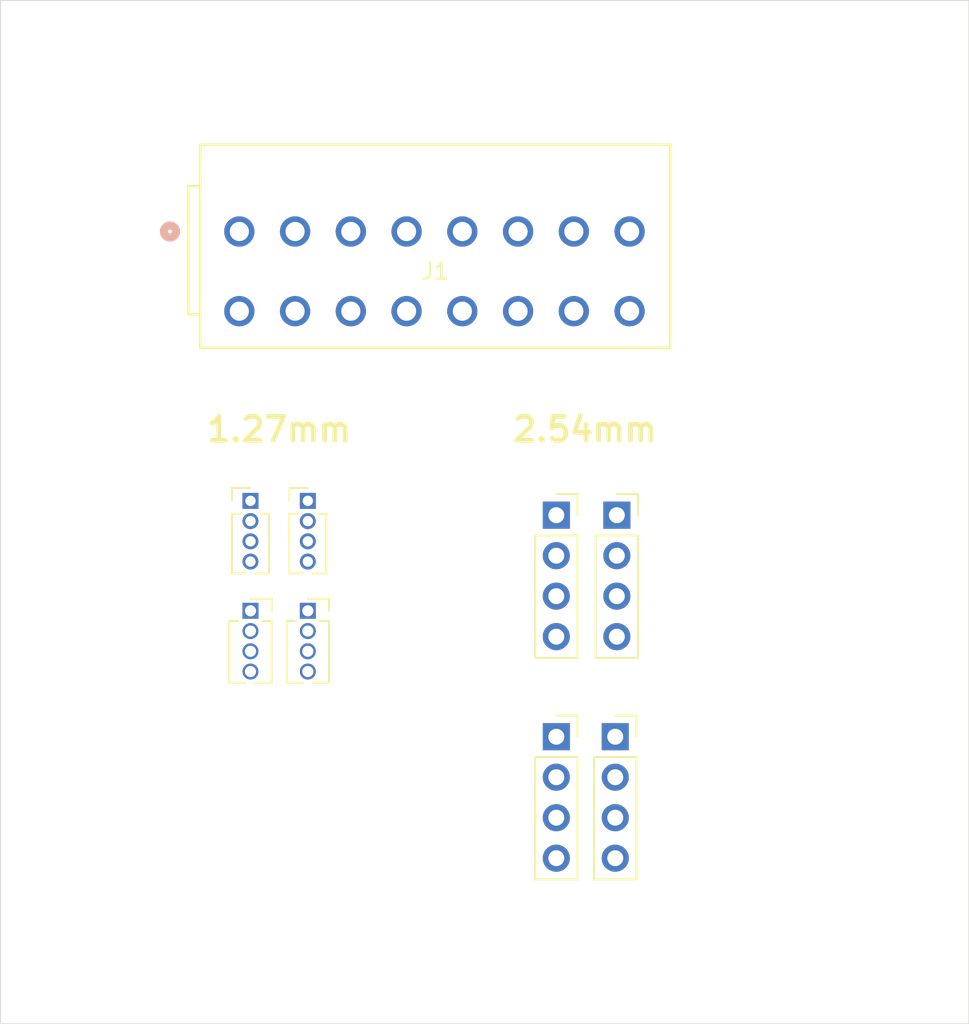
<source format=kicad_pcb>
(kicad_pcb (version 20241229) (generator "pcbnew") (generator_version "9.0")
  (title_block (title "PCB Bulkplate Passthrough") (date "2025-09-12") (rev "V1.0") (company "Seth Sievers"))
  (layers (0 "F.Cu" signal) (2 "B.Cu" signal) (13 "F.Paste" user) (15 "B.Paste" user) (5 "F.SilkS" user "F.Silkscreen") (7 "B.SilkS" user "B.Silkscreen") (1 "F.Mask" user) (3 "B.Mask" user) (25 "Edge.Cuts" user))
  (net 0 "")
  (footprint "Connector_PinSocket_1.27mm:PinSocket_1x04_P1.27mm_Vertical" (layer "F.Cu") (at 86.4 88)
    (property "Reference" "REF**" (hide yes))
    (property "Value" "PinSocket_1x04_P1.27mm_Vertical" (hide yes))
    (fp_line (start -1.33 0.635) (end -1.33 4.505) (stroke (width 0.12)) (layer "F.SilkS"))
    (fp_line (start -1.33 0.635) (end -0.76 0.635) (stroke (width 0.12)) (layer "F.SilkS"))
    (fp_line (start -1.33 4.505) (end -0.30753 4.505) (stroke (width 0.12)) (layer "F.SilkS"))
    (fp_line (start 0 -0.76) (end 1.33 -0.76) (stroke (width 0.12)) (layer "F.SilkS"))
    (fp_line (start 0.30753 4.505) (end 1.33 4.505) (stroke (width 0.12)) (layer "F.SilkS"))
    (fp_line (start 0.76 0.635) (end 1.33 0.635) (stroke (width 0.12)) (layer "F.SilkS"))
    (fp_line (start 1.33 -0.76) (end 1.33 0) (stroke (width 0.12)) (layer "F.SilkS"))
    (fp_line (start 1.33 0.635) (end 1.33 4.505) (stroke (width 0.12)) (layer "F.SilkS"))
    (pad "1" thru_hole rect (at 0 0) (size 1 1) (drill 0.7) (layers "*.Cu" "*.Mask"))
    (pad "2" thru_hole circle (at 0 1.27) (size 1 1) (drill 0.7) (layers "*.Cu" "*.Mask"))
    (pad "3" thru_hole circle (at 0 2.54) (size 1 1) (drill 0.7) (layers "*.Cu" "*.Mask"))
    (pad "4" thru_hole circle (at 0 3.81) (size 1 1) (drill 0.7) (layers "*.Cu" "*.Mask"))
  )
  (footprint "Connector_PinSocket_2.54mm:PinSocket_1x04_P2.54mm_Vertical" (layer "F.Cu") (at 109.4 82)
    (property "Reference" "REF**" (hide yes))
    (property "Value" "PinSocket_1x04_P2.54mm_Vertical" (hide yes))
    (fp_line (start -1.33 1.27) (end -1.33 8.95) (stroke (width 0.12)) (layer "F.SilkS"))
    (fp_line (start -1.33 1.27) (end 1.33 1.27) (stroke (width 0.12)) (layer "F.SilkS"))
    (fp_line (start -1.33 8.95) (end 1.33 8.95) (stroke (width 0.12)) (layer "F.SilkS"))
    (fp_line (start 0 -1.33) (end 1.33 -1.33) (stroke (width 0.12)) (layer "F.SilkS"))
    (fp_line (start 1.33 -1.33) (end 1.33 0) (stroke (width 0.12)) (layer "F.SilkS"))
    (fp_line (start 1.33 1.27) (end 1.33 8.95) (stroke (width 0.12)) (layer "F.SilkS"))
    (pad "1" thru_hole rect (at 0 0) (size 1.7 1.7) (drill 1) (layers "*.Cu" "*.Mask"))
    (pad "2" thru_hole circle (at 0 2.54) (size 1.7 1.7) (drill 1) (layers "*.Cu" "*.Mask"))
    (pad "3" thru_hole circle (at 0 5.08) (size 1.7 1.7) (drill 1) (layers "*.Cu" "*.Mask"))
    (pad "4" thru_hole circle (at 0 7.62) (size 1.7 1.7) (drill 1) (layers "*.Cu" "*.Mask"))
  )
  (footprint "Connector_PinSocket_2.54mm:PinSocket_1x04_P2.54mm_Vertical" (layer "F.Cu") (at 109.3 95.9)
    (property "Reference" "REF**" (hide yes))
    (property "Value" "PinSocket_1x04_P2.54mm_Vertical" (hide yes))
    (fp_line (start -1.33 1.27) (end -1.33 8.95) (stroke (width 0.12)) (layer "F.SilkS"))
    (fp_line (start -1.33 1.27) (end 1.33 1.27) (stroke (width 0.12)) (layer "F.SilkS"))
    (fp_line (start -1.33 8.95) (end 1.33 8.95) (stroke (width 0.12)) (layer "F.SilkS"))
    (fp_line (start 0 -1.33) (end 1.33 -1.33) (stroke (width 0.12)) (layer "F.SilkS"))
    (fp_line (start 1.33 -1.33) (end 1.33 0) (stroke (width 0.12)) (layer "F.SilkS"))
    (fp_line (start 1.33 1.27) (end 1.33 8.95) (stroke (width 0.12)) (layer "F.SilkS"))
    (pad "1" thru_hole rect (at 0 0) (size 1.7 1.7) (drill 1) (layers "*.Cu" "*.Mask"))
    (pad "2" thru_hole circle (at 0 2.54) (size 1.7 1.7) (drill 1) (layers "*.Cu" "*.Mask"))
    (pad "3" thru_hole circle (at 0 5.08) (size 1.7 1.7) (drill 1) (layers "*.Cu" "*.Mask"))
    (pad "4" thru_hole circle (at 0 7.62) (size 1.7 1.7) (drill 1) (layers "*.Cu" "*.Mask"))
  )
  (footprint "Connector_PinHeader_1.27mm:PinHeader_1x04_P1.27mm_Vertical" (layer "F.Cu") (at 90 81.1)
    (property "Reference" "REF**" (hide yes))
    (property "Value" "PinHeader_1x04_P1.27mm_Vertical" (hide yes))
    (fp_line (start -1.16 -0.81) (end 0 -0.81) (stroke (width 0.12)) (layer "F.SilkS"))
    (fp_line (start -1.16 0) (end -1.16 -0.81) (stroke (width 0.12)) (layer "F.SilkS"))
    (fp_line (start -1.16 0.81) (end -1.16 4.555) (stroke (width 0.12)) (layer "F.SilkS"))
    (fp_line (start -1.16 0.81) (end -0.666708 0.81) (stroke (width 0.12)) (layer "F.SilkS"))
    (fp_line (start -1.16 4.555) (end -0.317923 4.555) (stroke (width 0.12)) (layer "F.SilkS"))
    (fp_line (start 0.317923 4.555) (end 1.16 4.555) (stroke (width 0.12)) (layer "F.SilkS"))
    (fp_line (start 0.666708 0.81) (end 1.16 0.81) (stroke (width 0.12)) (layer "F.SilkS"))
    (fp_line (start 1.16 0.81) (end 1.16 4.555) (stroke (width 0.12)) (layer "F.SilkS"))
    (pad "1" thru_hole rect (at 0 0) (size 1 1) (drill 0.65) (layers "*.Cu" "*.Mask"))
    (pad "2" thru_hole circle (at 0 1.27) (size 1 1) (drill 0.65) (layers "*.Cu" "*.Mask"))
    (pad "3" thru_hole circle (at 0 2.54) (size 1 1) (drill 0.65) (layers "*.Cu" "*.Mask"))
    (pad "4" thru_hole circle (at 0 3.81) (size 1 1) (drill 0.65) (layers "*.Cu" "*.Mask"))
  )
  (footprint "Connector_PinHeader_1.27mm:PinHeader_1x04_P1.27mm_Vertical" (layer "F.Cu") (at 86.4 81.1)
    (property "Reference" "REF**" (hide yes))
    (property "Value" "PinHeader_1x04_P1.27mm_Vertical" (hide yes))
    (fp_line (start -1.16 -0.81) (end 0 -0.81) (stroke (width 0.12)) (layer "F.SilkS"))
    (fp_line (start -1.16 0) (end -1.16 -0.81) (stroke (width 0.12)) (layer "F.SilkS"))
    (fp_line (start -1.16 0.81) (end -1.16 4.555) (stroke (width 0.12)) (layer "F.SilkS"))
    (fp_line (start -1.16 0.81) (end -0.666708 0.81) (stroke (width 0.12)) (layer "F.SilkS"))
    (fp_line (start -1.16 4.555) (end -0.317923 4.555) (stroke (width 0.12)) (layer "F.SilkS"))
    (fp_line (start 0.317923 4.555) (end 1.16 4.555) (stroke (width 0.12)) (layer "F.SilkS"))
    (fp_line (start 0.666708 0.81) (end 1.16 0.81) (stroke (width 0.12)) (layer "F.SilkS"))
    (fp_line (start 1.16 0.81) (end 1.16 4.555) (stroke (width 0.12)) (layer "F.SilkS"))
    (pad "1" thru_hole rect (at 0 0) (size 1 1) (drill 0.65) (layers "*.Cu" "*.Mask"))
    (pad "2" thru_hole circle (at 0 1.27) (size 1 1) (drill 0.65) (layers "*.Cu" "*.Mask"))
    (pad "3" thru_hole circle (at 0 2.54) (size 1 1) (drill 0.65) (layers "*.Cu" "*.Mask"))
    (pad "4" thru_hole circle (at 0 3.81) (size 1 1) (drill 0.65) (layers "*.Cu" "*.Mask"))
  )
  (footprint "Connector_PinSocket_1.27mm:PinSocket_1x04_P1.27mm_Vertical" (layer "F.Cu") (at 90 88)
    (property "Reference" "REF**" (hide yes))
    (property "Value" "PinSocket_1x04_P1.27mm_Vertical" (hide yes))
    (fp_line (start -1.33 0.635) (end -1.33 4.505) (stroke (width 0.12)) (layer "F.SilkS"))
    (fp_line (start -1.33 0.635) (end -0.76 0.635) (stroke (width 0.12)) (layer "F.SilkS"))
    (fp_line (start -1.33 4.505) (end -0.30753 4.505) (stroke (width 0.12)) (layer "F.SilkS"))
    (fp_line (start 0 -0.76) (end 1.33 -0.76) (stroke (width 0.12)) (layer "F.SilkS"))
    (fp_line (start 0.30753 4.505) (end 1.33 4.505) (stroke (width 0.12)) (layer "F.SilkS"))
    (fp_line (start 0.76 0.635) (end 1.33 0.635) (stroke (width 0.12)) (layer "F.SilkS"))
    (fp_line (start 1.33 -0.76) (end 1.33 0) (stroke (width 0.12)) (layer "F.SilkS"))
    (fp_line (start 1.33 0.635) (end 1.33 4.505) (stroke (width 0.12)) (layer "F.SilkS"))
    (pad "1" thru_hole rect (at 0 0) (size 1 1) (drill 0.7) (layers "*.Cu" "*.Mask"))
    (pad "2" thru_hole circle (at 0 1.27) (size 1 1) (drill 0.7) (layers "*.Cu" "*.Mask"))
    (pad "3" thru_hole circle (at 0 2.54) (size 1 1) (drill 0.7) (layers "*.Cu" "*.Mask"))
    (pad "4" thru_hole circle (at 0 3.81) (size 1 1) (drill 0.7) (layers "*.Cu" "*.Mask"))
  )
  (footprint "Connector_PinSocket_2.54mm:PinSocket_1x04_P2.54mm_Vertical" (layer "F.Cu") (at 105.6 82)
    (property "Reference" "REF**" (hide yes))
    (property "Value" "PinSocket_1x04_P2.54mm_Vertical" (hide yes))
    (fp_line (start -1.33 1.27) (end -1.33 8.95) (stroke (width 0.12)) (layer "F.SilkS"))
    (fp_line (start -1.33 1.27) (end 1.33 1.27) (stroke (width 0.12)) (layer "F.SilkS"))
    (fp_line (start -1.33 8.95) (end 1.33 8.95) (stroke (width 0.12)) (layer "F.SilkS"))
    (fp_line (start 0 -1.33) (end 1.33 -1.33) (stroke (width 0.12)) (layer "F.SilkS"))
    (fp_line (start 1.33 -1.33) (end 1.33 0) (stroke (width 0.12)) (layer "F.SilkS"))
    (fp_line (start 1.33 1.27) (end 1.33 8.95) (stroke (width 0.12)) (layer "F.SilkS"))
    (pad "1" thru_hole rect (at 0 0) (size 1.7 1.7) (drill 1) (layers "*.Cu" "*.Mask"))
    (pad "2" thru_hole circle (at 0 2.54) (size 1.7 1.7) (drill 1) (layers "*.Cu" "*.Mask"))
    (pad "3" thru_hole circle (at 0 5.08) (size 1.7 1.7) (drill 1) (layers "*.Cu" "*.Mask"))
    (pad "4" thru_hole circle (at 0 7.62) (size 1.7 1.7) (drill 1) (layers "*.Cu" "*.Mask"))
  )
  (footprint "2601-3108:2601-3108" (layer "F.Cu") (at 85.699995 64.2)
    (property "Reference" "J1" (at 12.300001 2.5 0) (layer "F.SilkS"))
    (property "Value" "2601-3108")
    (fp_line (start -3.199996 5.2) (end -3.199996 -2.849999) (stroke (width 0.1524)) (layer "F.SilkS"))
    (fp_line (start -2.449997 -2.849999) (end -3.199996 -2.849999) (stroke (width 0.1524)) (layer "F.SilkS"))
    (fp_line (start -2.449997 5.2) (end -3.199996 5.2) (stroke (width 0.1524)) (layer "F.SilkS"))
    (fp_line (start -2.449996 -5.449999) (end 27.049997 -5.449999) (stroke (width 0.1524)) (layer "F.SilkS"))
    (fp_line (start -2.449996 7.300001) (end -2.449996 -5.449999) (stroke (width 0.1524)) (layer "F.SilkS"))
    (fp_line (start -2.449996 7.300001) (end 27.049997 7.300001) (stroke (width 0.1524)) (layer "F.SilkS"))
    (fp_line (start 27.049997 -5.449999) (end 27.049997 7.300001) (stroke (width 0.1524)) (layer "F.SilkS"))
    (fp_circle (center -4.354995 0) (end -3.973995 0) (stroke (width 0.508)) (fill no) (layer "F.SilkS"))
    (fp_circle (center -4.354995 0) (end -3.973995 0) (stroke (width 0.508)) (fill no) (layer "B.SilkS"))
    (pad "1" thru_hole circle (at 0 0) (size 1.9 1.9) (drill 1.2) (layers "*.Cu" "*.Mask"))
    (pad "2" thru_hole circle (at 0 5) (size 1.9 1.9) (drill 1.2) (layers "*.Cu" "*.Mask"))
    (pad "3" thru_hole circle (at 3.500001 0) (size 1.9 1.9) (drill 1.2) (layers "*.Cu" "*.Mask"))
    (pad "4" thru_hole circle (at 3.500001 5) (size 1.9 1.9) (drill 1.2) (layers "*.Cu" "*.Mask"))
    (pad "5" thru_hole circle (at 7.000002 0) (size 1.9 1.9) (drill 1.2) (layers "*.Cu" "*.Mask"))
    (pad "6" thru_hole circle (at 7.000002 5) (size 1.9 1.9) (drill 1.2) (layers "*.Cu" "*.Mask"))
    (pad "7" thru_hole circle (at 10.500002 0) (size 1.9 1.9) (drill 1.2) (layers "*.Cu" "*.Mask"))
    (pad "8" thru_hole circle (at 10.500002 5) (size 1.9 1.9) (drill 1.2) (layers "*.Cu" "*.Mask"))
    (pad "9" thru_hole circle (at 14.000003 0) (size 1.9 1.9) (drill 1.2) (layers "*.Cu" "*.Mask"))
    (pad "10" thru_hole circle (at 14.000003 5) (size 1.9 1.9) (drill 1.2) (layers "*.Cu" "*.Mask"))
    (pad "11" thru_hole circle (at 17.500003 0) (size 1.9 1.9) (drill 1.2) (layers "*.Cu" "*.Mask"))
    (pad "12" thru_hole circle (at 17.500003 5) (size 1.9 1.9) (drill 1.2) (layers "*.Cu" "*.Mask"))
    (pad "13" thru_hole circle (at 21.000004 0) (size 1.9 1.9) (drill 1.2) (layers "*.Cu" "*.Mask"))
    (pad "14" thru_hole circle (at 21.000004 5) (size 1.9 1.9) (drill 1.2) (layers "*.Cu" "*.Mask"))
    (pad "15" thru_hole circle (at 24.500005 0) (size 1.9 1.9) (drill 1.2) (layers "*.Cu" "*.Mask"))
    (pad "16" thru_hole circle (at 24.500005 5) (size 1.9 1.9) (drill 1.2) (layers "*.Cu" "*.Mask"))
  )
  (footprint "Connector_PinSocket_2.54mm:PinSocket_1x04_P2.54mm_Vertical" (layer "F.Cu") (at 105.6 95.9)
    (property "Reference" "REF**" (hide yes))
    (property "Value" "PinSocket_1x04_P2.54mm_Vertical" (hide yes))
    (fp_line (start -1.33 1.27) (end -1.33 8.95) (stroke (width 0.12)) (layer "F.SilkS"))
    (fp_line (start -1.33 1.27) (end 1.33 1.27) (stroke (width 0.12)) (layer "F.SilkS"))
    (fp_line (start -1.33 8.95) (end 1.33 8.95) (stroke (width 0.12)) (layer "F.SilkS"))
    (fp_line (start 0 -1.33) (end 1.33 -1.33) (stroke (width 0.12)) (layer "F.SilkS"))
    (fp_line (start 1.33 -1.33) (end 1.33 0) (stroke (width 0.12)) (layer "F.SilkS"))
    (fp_line (start 1.33 1.27) (end 1.33 8.95) (stroke (width 0.12)) (layer "F.SilkS"))
    (pad "1" thru_hole rect (at 0 0) (size 1.7 1.7) (drill 1) (layers "*.Cu" "*.Mask"))
    (pad "2" thru_hole circle (at 0 2.54) (size 1.7 1.7) (drill 1) (layers "*.Cu" "*.Mask"))
    (pad "3" thru_hole circle (at 0 5.08) (size 1.7 1.7) (drill 1) (layers "*.Cu" "*.Mask"))
    (pad "4" thru_hole circle (at 0 7.62) (size 1.7 1.7) (drill 1) (layers "*.Cu" "*.Mask"))
  )
  (gr_rect (start 70.7 49.7) (end 131.5 113.9) (stroke (width 0.05)) (fill no) (layer "Edge.Cuts"))
  (gr_text "2.54mm\n" (at 102.7 77.5 0) (layer "F.SilkS") (effects (font (size 1.5 1.5) (thickness 0.3) (bold yes)) (justify left bottom)))
  (gr_text "1.27mm" (at 83.5 77.5 0) (layer "F.SilkS") (effects (font (size 1.5 1.5) (thickness 0.3) (bold yes)) (justify left bottom)))
)
</source>
